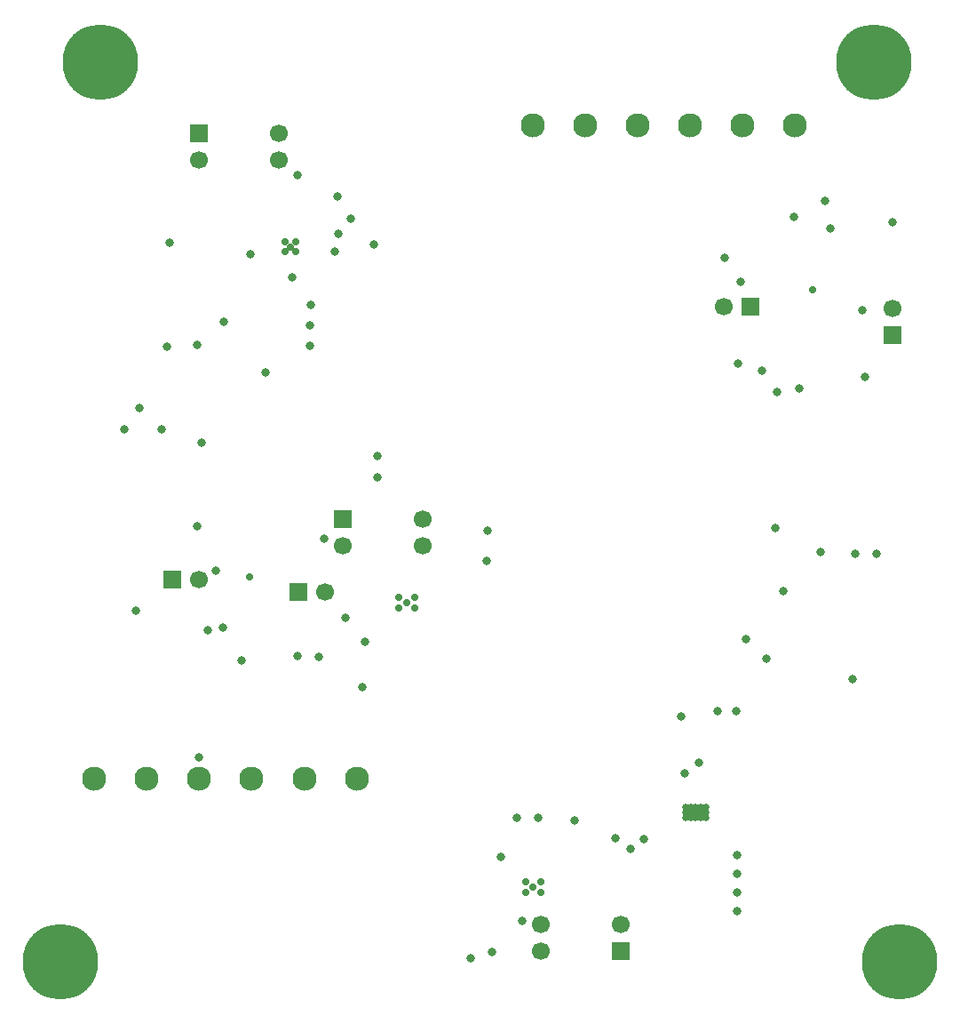
<source format=gbs>
%FSLAX42Y42*%
%MOMM*%
G71*
G01*
G75*
G04 Layer_Color=57008*
%ADD10R,2.15X5.50*%
%ADD11R,3.00X7.50*%
%ADD12R,3.50X3.80*%
%ADD13O,0.25X0.70*%
%ADD14O,0.70X0.25*%
%ADD15R,1.60X1.60*%
%ADD16O,0.45X1.70*%
%ADD17R,0.66X0.94*%
%ADD18R,0.00X0.00*%
%ADD19R,0.00X0.00*%
%ADD20R,0.84X0.66*%
%ADD21R,1.70X1.70*%
%ADD22O,0.85X0.28*%
%ADD23O,0.28X0.85*%
%ADD24R,1.40X1.05*%
%ADD25R,1.25X1.50*%
%ADD26R,0.85X1.30*%
%ADD27R,1.00X1.00*%
G04:AMPARAMS|DCode=28|XSize=0.24mm|YSize=0.6mm|CornerRadius=0.08mm|HoleSize=0mm|Usage=FLASHONLY|Rotation=0.000|XOffset=0mm|YOffset=0mm|HoleType=Round|Shape=RoundedRectangle|*
%AMROUNDEDRECTD28*
21,1,0.24,0.43,0,0,0.0*
21,1,0.07,0.60,0,0,0.0*
1,1,0.17,0.04,-0.22*
1,1,0.17,-0.04,-0.22*
1,1,0.17,-0.04,0.22*
1,1,0.17,0.04,0.22*
%
%ADD28ROUNDEDRECTD28*%
%ADD29R,2.40X1.65*%
%ADD30O,0.30X0.85*%
%ADD31R,1.45X1.15*%
%ADD32R,1.15X1.45*%
%ADD33R,1.55X1.35*%
%ADD34R,0.95X1.35*%
%ADD35R,1.30X0.85*%
%ADD36R,1.05X1.40*%
%ADD37R,1.50X1.25*%
%ADD38R,1.00X1.00*%
%ADD39R,0.94X0.66*%
%ADD40R,0.00X0.00*%
%ADD41R,0.00X0.00*%
%ADD42R,0.66X0.84*%
%ADD43R,1.35X0.95*%
%ADD44R,1.35X1.55*%
%ADD45C,1.00*%
%ADD46C,0.64*%
%ADD47C,0.51*%
%ADD48C,0.38*%
%ADD49C,0.43*%
%ADD50C,0.25*%
%ADD51C,0.46*%
%ADD52C,0.76*%
%ADD53R,0.85X0.20*%
%ADD54R,2.85X1.58*%
%ADD55C,2.10*%
%ADD56C,1.50*%
%ADD57R,1.50X1.50*%
%ADD58R,1.50X1.50*%
%ADD59C,7.00*%
%ADD60C,0.50*%
%ADD61C,0.46*%
%ADD62C,0.61*%
%ADD63C,1.02*%
%ADD64C,2.22*%
%ADD65C,1.92*%
%ADD66C,4.22*%
%ADD67C,1.22*%
%ADD68C,1.22*%
%ADD69C,1.32*%
%ADD70C,0.25*%
%ADD71C,0.20*%
%ADD72C,0.10*%
%ADD73C,0.20*%
%ADD74C,0.60*%
%ADD75C,0.05*%
%ADD76R,0.58X0.17*%
%ADD77R,0.46X1.70*%
%ADD78R,0.65X0.19*%
%ADD79R,0.19X0.65*%
%ADD80R,1.70X0.46*%
%ADD81R,0.17X0.58*%
%ADD82R,0.70X0.70*%
%ADD83R,0.70X0.70*%
%ADD84R,1.00X0.65*%
%ADD85R,2.35X5.70*%
%ADD86R,3.20X7.70*%
%ADD87R,3.70X4.00*%
%ADD88O,0.45X0.90*%
%ADD89O,0.90X0.45*%
%ADD90R,1.80X1.80*%
%ADD91O,0.65X1.90*%
%ADD92R,1.04X0.86*%
%ADD93R,1.84X1.84*%
%ADD94O,0.99X0.42*%
%ADD95O,0.42X0.99*%
%ADD96R,1.60X1.25*%
%ADD97R,1.45X1.70*%
%ADD98R,1.05X1.50*%
%ADD99R,1.20X1.20*%
G04:AMPARAMS|DCode=100|XSize=0.44mm|YSize=0.8mm|CornerRadius=0.19mm|HoleSize=0mm|Usage=FLASHONLY|Rotation=0.000|XOffset=0mm|YOffset=0mm|HoleType=Round|Shape=RoundedRectangle|*
%AMROUNDEDRECTD100*
21,1,0.44,0.43,0,0,0.0*
21,1,0.07,0.80,0,0,0.0*
1,1,0.37,0.04,-0.22*
1,1,0.37,-0.04,-0.22*
1,1,0.37,-0.04,0.22*
1,1,0.37,0.04,0.22*
%
%ADD100ROUNDEDRECTD100*%
%ADD101R,2.54X1.79*%
%ADD102O,0.44X0.99*%
%ADD103R,1.65X1.35*%
%ADD104R,1.35X1.65*%
%ADD105R,1.75X1.55*%
%ADD106R,1.15X1.55*%
%ADD107R,1.50X1.05*%
%ADD108R,1.25X1.60*%
%ADD109R,1.70X1.45*%
%ADD110R,1.20X1.20*%
%ADD111R,0.86X1.04*%
%ADD112R,1.55X1.15*%
%ADD113R,1.55X1.75*%
%ADD114C,3.03*%
%ADD115R,1.05X0.40*%
%ADD116R,3.05X1.78*%
%ADD117C,2.30*%
%ADD118C,1.70*%
%ADD119R,1.70X1.70*%
%ADD120R,1.70X1.70*%
%ADD121C,7.20*%
%ADD122C,0.70*%
%ADD123C,0.66*%
%ADD124C,0.81*%
D117*
X3282Y2264D02*
D03*
X2782D02*
D03*
X2282D02*
D03*
X1782D02*
D03*
X1282D02*
D03*
X782D02*
D03*
X7460Y8484D02*
D03*
X6960D02*
D03*
X6460D02*
D03*
X5960D02*
D03*
X5460D02*
D03*
X4960D02*
D03*
D118*
X2984Y4045D02*
D03*
X2540Y8156D02*
D03*
X1778D02*
D03*
X2540Y8410D02*
D03*
X5804Y878D02*
D03*
X5042Y624D02*
D03*
Y878D02*
D03*
X6782Y6763D02*
D03*
X8394Y6741D02*
D03*
X1778Y4159D02*
D03*
X3910Y4481D02*
D03*
Y4735D02*
D03*
X3148Y4481D02*
D03*
D119*
X2730Y4045D02*
D03*
X1778Y8410D02*
D03*
X5804Y624D02*
D03*
X7036Y6763D02*
D03*
X1524Y4159D02*
D03*
X3148Y4735D02*
D03*
D120*
X8394Y6487D02*
D03*
D121*
X460Y520D02*
D03*
X840Y9090D02*
D03*
X8210D02*
D03*
X8460Y520D02*
D03*
D122*
X2263Y4186D02*
D03*
X2651Y7331D02*
D03*
X2601Y7381D02*
D03*
X2701Y7381D02*
D03*
X2701Y7281D02*
D03*
X2601Y7281D02*
D03*
X3834Y3990D02*
D03*
X3684D02*
D03*
X3759Y3940D02*
D03*
X3834Y3890D02*
D03*
X3684D02*
D03*
X4966Y1234D02*
D03*
X5041Y1284D02*
D03*
Y1184D02*
D03*
X4891D02*
D03*
Y1284D02*
D03*
X7633Y6923D02*
D03*
D123*
X6615Y1895D02*
D03*
X6565D02*
D03*
X6515D02*
D03*
X6465D02*
D03*
X6415D02*
D03*
X6615Y1945D02*
D03*
X6565D02*
D03*
X6515D02*
D03*
X6465D02*
D03*
X6415D02*
D03*
X6615Y1995D02*
D03*
X6565D02*
D03*
X6515D02*
D03*
X6465D02*
D03*
X6415D02*
D03*
D124*
X6947Y7000D02*
D03*
X8394Y7563D02*
D03*
X7798Y7508D02*
D03*
X1778Y2467D02*
D03*
X1422Y5591D02*
D03*
X1067D02*
D03*
X1473Y6378D02*
D03*
X1499Y7369D02*
D03*
X1207Y5794D02*
D03*
X2184Y3394D02*
D03*
X2019Y6620D02*
D03*
X1803Y5464D02*
D03*
X2718Y3432D02*
D03*
X2667Y7039D02*
D03*
X4813Y1894D02*
D03*
X5015Y1893D02*
D03*
X7353Y4053D02*
D03*
X8039Y4409D02*
D03*
X6998Y3596D02*
D03*
X8014Y3215D02*
D03*
X8242Y4409D02*
D03*
X7506Y5984D02*
D03*
X4521Y4337D02*
D03*
X4534Y4629D02*
D03*
X3175Y3795D02*
D03*
X3480Y5137D02*
D03*
Y5337D02*
D03*
X2921Y3422D02*
D03*
X1865Y3677D02*
D03*
X1765Y4667D02*
D03*
X1943Y4248D02*
D03*
X1765Y6394D02*
D03*
X2413Y6137D02*
D03*
X2845Y6775D02*
D03*
X2841Y6582D02*
D03*
Y6391D02*
D03*
X3099Y7814D02*
D03*
X2972Y4553D02*
D03*
X3073Y7283D02*
D03*
X2273Y7258D02*
D03*
X5363Y1869D02*
D03*
X4369Y552D02*
D03*
X4572Y616D02*
D03*
X4653Y1522D02*
D03*
X6413Y2318D02*
D03*
X5753Y1695D02*
D03*
X5893Y1594D02*
D03*
X6909Y1005D02*
D03*
Y1183D02*
D03*
Y1361D02*
D03*
Y1539D02*
D03*
X6379Y2860D02*
D03*
X6900Y2906D02*
D03*
X6722Y2910D02*
D03*
X6542Y2421D02*
D03*
X7188Y3410D02*
D03*
X7709Y4426D02*
D03*
X6790Y7228D02*
D03*
X6921Y6217D02*
D03*
X7455Y7614D02*
D03*
X7747Y7765D02*
D03*
X8128Y6090D02*
D03*
X8102Y6725D02*
D03*
X1181Y3867D02*
D03*
X6020Y1689D02*
D03*
X3226Y7595D02*
D03*
X3111Y7455D02*
D03*
X2718Y8014D02*
D03*
X3335Y3135D02*
D03*
X3361Y3567D02*
D03*
X2010Y3703D02*
D03*
X3449Y7355D02*
D03*
X7277Y4648D02*
D03*
X7150Y6149D02*
D03*
X7290Y5950D02*
D03*
X4864Y914D02*
D03*
M02*

</source>
